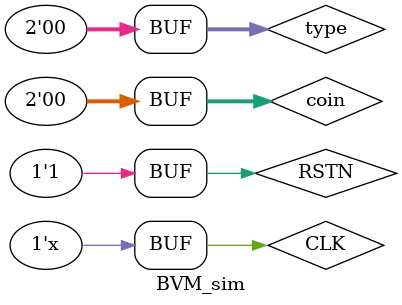
<source format=v>
`timescale 1ns / 1ps


module BVM_sim();
reg [1:0] coin;reg CLK = 0;reg RSTN;reg [1:0] type;
wire[1:0]drink;
wire [1:0] charge;

BVM BVM(
    .type(type),
    .coin(coin),
    .CLK(CLK),
    .RSTN(RSTN),
    .drink(drink),
    .charge(charge)
    );

always 
begin
    #10;CLK=~CLK;
end

initial
begin
    //Ò»ºÅÒûÁÏ
    #20;RSTN = 0;
    #20;RSTN = 1;coin=2'b00;type=2'b01;
    #20; coin = 2'b01;#20; coin = 2'b01;#20; coin = 2'b01;//only 05
    //¶þºÅÒûÁÏ
    #20; type=2'b10;coin = 2'b10;#20; coin = 2'b01;//1+0.5
    //ÈýºÅÒûÁÏ
    #20; type=2'b11;coin = 2'b10;#20; coin = 2'b10;//1+1 charge0.5
    #20; coin = 2'b00;type=2'b00;
end

endmodule

</source>
